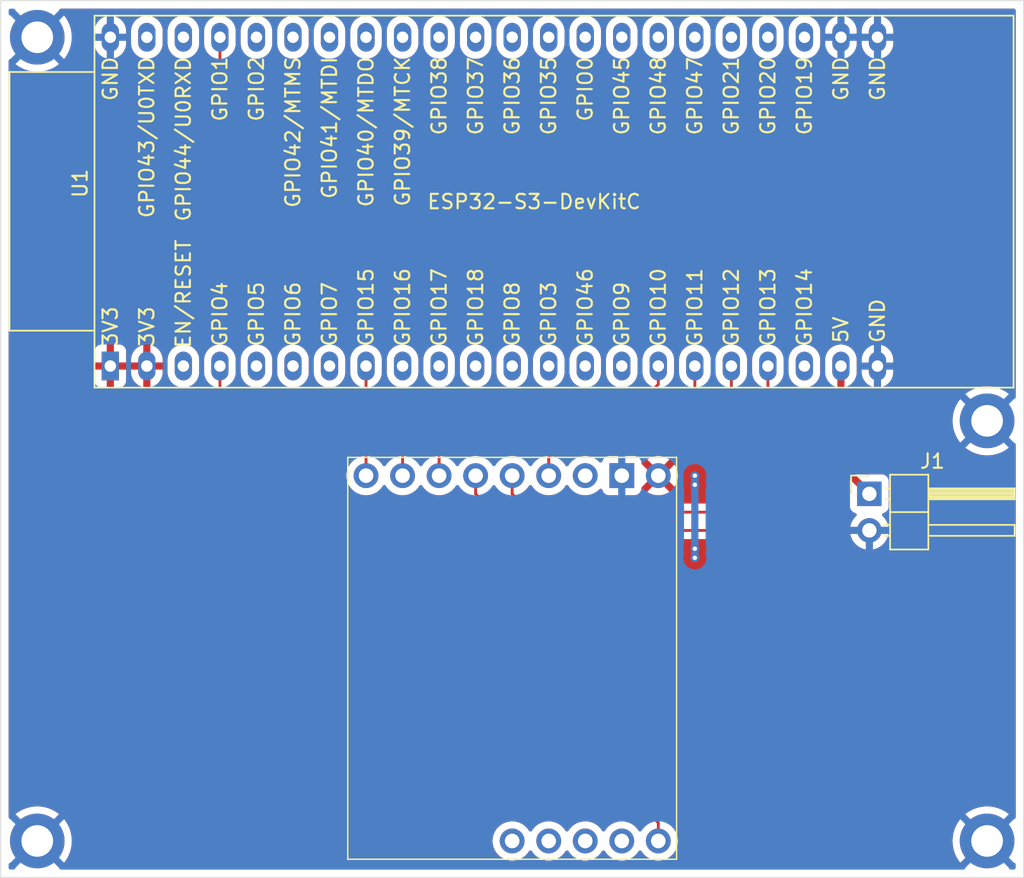
<source format=kicad_pcb>
(kicad_pcb (version 20240108) (generator "pcbnew") (generator_version "8.0")
  (layers (0 "F.Cu" signal) (31 "B.Cu" signal) (34 "B.Paste" user) (35 "F.Paste" user) (36 "B.SilkS" user "B.Silkscreen") (37 "F.SilkS" user "F.Silkscreen") (38 "B.Mask" user) (39 "F.Mask" user) (44 "Edge.Cuts" user))
  (net 0 "")
  (net 1 "+3.3V")
  (net 2 "GND")
  (net 19 "+5V")
  (net 39 "Net-(RFM95W1-MISO)")
  (net 40 "Net-(RFM95W1-G0)")
  (net 41 "Net-(RFM95W1-MOSI)")
  (net 42 "Net-(RFM95W1-SCK)")
  (net 43 "Net-(RFM95W1-CS)")
  (net 44 "/RST")
  (net 45 "/G1")
  (footprint "PCM_Espressif:ESP32-S3-DevKitC" (layer "F.Cu") (at 121.92 81.28 90)
    (property "Reference" "U1" (at 12.7 -2.1 90) (layer "F.SilkS"))
    (property "Value" "ESP32-S3-DevKitC" (at 11.42632 29.46128 0) (layer "F.SilkS"))
    (fp_line (start 20.44332 -7.01312) (end 20.44332 -1.12032) (stroke (width 0.12)) (layer "F.SilkS"))
    (fp_line (start 2.46012 -7.01312) (end 20.44332 -7.01312) (stroke (width 0.12)) (layer "F.SilkS"))
    (fp_line (start 2.46012 -1.12032) (end 2.46012 -7.01312) (stroke (width 0.12)) (layer "F.SilkS"))
    (fp_line (start 24.36 -1.1) (end -1.499999 -1.1) (stroke (width 0.12)) (layer "F.SilkS"))
    (fp_line (start -1.499999 -1.1) (end -1.5 62.79728) (stroke (width 0.12)) (layer "F.SilkS"))
    (fp_line (start 24.359999 62.79728) (end 24.36 -1.1) (stroke (width 0.12)) (layer "F.SilkS"))
    (fp_line (start -1.5 62.79728) (end 24.359999 62.79728) (stroke (width 0.12)) (layer "F.SilkS"))
    (fp_text user "GPIO9" (at 1.27 35.56 90) (layer "F.SilkS") (effects (justify left)))
    (fp_text user "GPIO16" (at 1.27 20.32 90) (layer "F.SilkS") (effects (justify left)))
    (fp_text user "GPIO15" (at 1.27 17.78 90) (layer "F.SilkS") (effects (justify left)))
    (fp_text user "GPIO48" (at 21.59 38.1 90) (layer "F.SilkS") (effects (justify right)))
    (fp_text user "GPIO43/U0TXD" (at 21.59 2.54 90) (layer "F.SilkS") (effects (justify right)))
    (fp_text user "EN/RESET" (at 8.88632 5.07728 90) (layer "F.SilkS") (effects (justify right)))
    (fp_text user "GPIO7" (at 1.27 15.24 90) (layer "F.SilkS") (effects (justify left)))
    (fp_text user "GPIO19" (at 21.59 48.26 90) (layer "F.SilkS") (effects (justify right)))
    (fp_text user "GND" (at 1.52032 53.33728 90) (layer "F.SilkS") (effects (justify left)))
    (fp_text user "3V3" (at 1.27 2.54 90) (layer "F.SilkS") (effects (justify left)))
    (fp_text user "GPIO39/MTCK" (at 21.59 20.32 90) (layer "F.SilkS") (effects (justify right)))
    (fp_text user "GPIO6" (at 1.27 12.7 90) (layer "F.SilkS") (effects (justify left)))
    (fp_text user "GPIO5" (at 1.27 10.16 90) (layer "F.SilkS") (effects (justify left)))
    (fp_text user "GND" (at 21.59 53.34 90) (layer "F.SilkS") (effects (justify right)))
    (fp_text user "GPIO4" (at 1.27 7.62 90) (layer "F.SilkS") (effects (justify left)))
    (fp_text user "GPIO2" (at 21.59 10.16 90) (layer "F.SilkS") (effects (justify right)))
    (fp_text user "GPIO42/MTMS" (at 21.59 12.7 90) (layer "F.SilkS") (effects (justify right)))
    (fp_text user "GPIO17" (at 1.27 22.86 90) (layer "F.SilkS") (effects (justify left)))
    (fp_text user "GPIO3" (at 1.27 30.48 90) (layer "F.SilkS") (effects (justify left)))
    (fp_text user "GND" (at 21.59 0 90) (layer "F.SilkS") (effects (justify right)))
    (fp_text user "GND" (at 21.59 50.8 90) (layer "F.SilkS") (effects (justify right)))
    (fp_text user "GPIO8" (at 1.27 27.94 90) (layer "F.SilkS") (effects (justify left)))
    (fp_text user "GPIO18" (at 1.27 25.4 90) (layer "F.SilkS") (effects (justify left)))
    (fp_text user "GPIO45" (at 21.59 35.56 90) (layer "F.SilkS") (effects (justify right)))
    (fp_text user "GPIO12" (at 1.27 43.18 90) (layer "F.SilkS") (effects (justify left)))
    (fp_text user "GPIO10" (at 1.27 38.1 90) (layer "F.SilkS") (effects (justify left)))
    (fp_text user "GPIO38" (at 21.59 22.86 90) (layer "F.SilkS") (effects (justify right)))
    (fp_text user "GPIO20" (at 21.59 45.72 90) (layer "F.SilkS") (effects (justify right)))
    (fp_text user "GPIO0" (at 21.59 33.02 90) (layer "F.SilkS") (effects (justify right)))
    (fp_text user "GPIO11" (at 1.27 40.64 90) (layer "F.SilkS") (effects (justify left)))
    (fp_text user "GPIO21" (at 21.59 43.18 90) (layer "F.SilkS") (effects (justify right)))
    (fp_text user "GPIO47" (at 21.59 40.64 90) (layer "F.SilkS") (effects (justify right)))
    (fp_text user "GPIO40/MTDO" (at 21.59 17.78 90) (layer "F.SilkS") (effects (justify right)))
    (fp_text user "GPIO14" (at 1.27 48.26 90) (layer "F.SilkS") (effects (justify left)))
    (fp_text user "GPIO13" (at 1.27 45.72 90) (layer "F.SilkS") (effects (justify left)))
    (fp_text user "GPIO1" (at 21.59 7.62 90) (layer "F.SilkS") (effects (justify right)))
    (fp_text user "GPIO46" (at 1.27 33.02 90) (layer "F.SilkS") (effects (justify left)))
    (fp_text user "GPIO41/MTDI" (at 21.59 15.24 90) (layer "F.SilkS") (effects (justify right)))
    (fp_text user "GPIO44/U0RXD" (at 21.59 5.08 90) (layer "F.SilkS") (effects (justify right)))
    (fp_text user "3V3" (at 1.27 0 90) (layer "F.SilkS") (effects (justify left)))
    (fp_text user "GPIO35" (at 21.59 30.48 90) (layer "F.SilkS") (effects (justify right)))
    (fp_text user "GPIO37" (at 21.59 25.4 90) (layer "F.SilkS") (effects (justify right)))
    (fp_text user "5V" (at 1.52032 50.79728 90) (layer "F.SilkS") (effects (justify left)))
    (fp_text user "GPIO36" (at 21.59 27.94 90) (layer "F.SilkS") (effects (justify right)))
    (pad "1" thru_hole rect (at 0 0) (size 1.2 2) (drill 0.8) (layers "*.Cu" "*.Mask") (net 1 "+3.3V"))
    (pad "2" thru_hole oval (at 0 2.54) (size 1.2 2) (drill 0.8) (layers "*.Cu" "*.Mask") (net 1 "+3.3V"))
    (pad "3" thru_hole oval (at 0 5.08) (size 1.2 2) (drill 0.8) (layers "*.Cu" "*.Mask"))
    (pad "4" thru_hole oval (at 0 7.62) (size 1.2 2) (drill 0.8) (layers "*.Cu" "*.Mask") (net 45 "/G1"))
    (pad "5" thru_hole oval (at 0 10.16) (size 1.2 2) (drill 0.8) (layers "*.Cu" "*.Mask"))
    (pad "6" thru_hole oval (at 0 12.7) (size 1.2 2) (drill 0.8) (layers "*.Cu" "*.Mask"))
    (pad "7" thru_hole oval (at 0 15.24) (size 1.2 2) (drill 0.8) (layers "*.Cu" "*.Mask"))
    (pad "8" thru_hole oval (at 0 17.78) (size 1.2 2) (drill 0.8) (layers "*.Cu" "*.Mask") (net 44 "/RST"))
    (pad "9" thru_hole oval (at 0 20.32) (size 1.2 2) (drill 0.8) (layers "*.Cu" "*.Mask"))
    (pad "10" thru_hole oval (at 0 22.86) (size 1.2 2) (drill 0.8) (layers "*.Cu" "*.Mask"))
    (pad "11" thru_hole oval (at 0 25.4) (size 1.2 2) (drill 0.8) (layers "*.Cu" "*.Mask"))
    (pad "12" thru_hole oval (at 0 27.94) (size 1.2 2) (drill 0.8) (layers "*.Cu" "*.Mask"))
    (pad "13" thru_hole oval (at 0 30.48) (size 1.2 2) (drill 0.8) (layers "*.Cu" "*.Mask"))
    (pad "14" thru_hole oval (at 0 33.02) (size 1.2 2) (drill 0.8) (layers "*.Cu" "*.Mask"))
    (pad "15" thru_hole oval (at 0 35.56) (size 1.2 2) (drill 0.8) (layers "*.Cu" "*.Mask"))
    (pad "16" thru_hole oval (at 0 38.1) (size 1.2 2) (drill 0.8) (layers "*.Cu" "*.Mask") (net 43 "Net-(RFM95W1-CS)"))
    (pad "17" thru_hole oval (at 0 40.64) (size 1.2 2) (drill 0.8) (layers "*.Cu" "*.Mask") (net 41 "Net-(RFM95W1-MOSI)"))
    (pad "18" thru_hole oval (at 0 43.18) (size 1.2 2) (drill 0.8) (layers "*.Cu" "*.Mask") (net 42 "Net-(RFM95W1-SCK)"))
    (pad "19" thru_hole oval (at 0 45.72) (size 1.2 2) (drill 0.8) (layers "*.Cu" "*.Mask") (net 39 "Net-(RFM95W1-MISO)"))
    (pad "20" thru_hole oval (at -0.00368 48.25728) (size 1.2 2) (drill 0.8) (layers "*.Cu" "*.Mask"))
    (pad "21" thru_hole oval (at -0.00368 50.79728) (size 1.2 2) (drill 0.8) (layers "*.Cu" "*.Mask") (net 19 "+5V"))
    (pad "22" thru_hole oval (at -0.00368 53.33728) (size 1.2 2) (drill 0.8) (layers "*.Cu" "*.Mask") (net 2 "GND"))
    (pad "23" thru_hole oval (at 22.86 53.34) (size 1.2 2) (drill 0.8) (layers "*.Cu" "*.Mask") (net 2 "GND"))
    (pad "24" thru_hole oval (at 22.86 50.8) (size 1.2 2) (drill 0.8) (layers "*.Cu" "*.Mask") (net 2 "GND"))
    (pad "25" thru_hole oval (at 22.86 48.26) (size 1.2 2) (drill 0.8) (layers "*.Cu" "*.Mask"))
    (pad "26" thru_hole oval (at 22.86 45.72) (size 1.2 2) (drill 0.8) (layers "*.Cu" "*.Mask"))
    (pad "27" thru_hole oval (at 22.86 43.18) (size 1.2 2) (drill 0.8) (layers "*.Cu" "*.Mask"))
    (pad "28" thru_hole oval (at 22.86 40.64) (size 1.2 2) (drill 0.8) (layers "*.Cu" "*.Mask"))
    (pad "29" thru_hole oval (at 22.86 38.1) (size 1.2 2) (drill 0.8) (layers "*.Cu" "*.Mask"))
    (pad "30" thru_hole oval (at 22.86 35.56) (size 1.2 2) (drill 0.8) (layers "*.Cu" "*.Mask"))
    (pad "31" thru_hole oval (at 22.86 33.02) (size 1.2 2) (drill 0.8) (layers "*.Cu" "*.Mask"))
    (pad "32" thru_hole oval (at 22.86 30.48) (size 1.2 2) (drill 0.8) (layers "*.Cu" "*.Mask"))
    (pad "33" thru_hole oval (at 22.86 27.94) (size 1.2 2) (drill 0.8) (layers "*.Cu" "*.Mask"))
    (pad "34" thru_hole oval (at 22.86 25.4) (size 1.2 2) (drill 0.8) (layers "*.Cu" "*.Mask"))
    (pad "35" thru_hole oval (at 22.86 22.86) (size 1.2 2) (drill 0.8) (layers "*.Cu" "*.Mask"))
    (pad "36" thru_hole oval (at 22.86 20.32) (size 1.2 2) (drill 0.8) (layers "*.Cu" "*.Mask"))
    (pad "37" thru_hole oval (at 22.86 17.78) (size 1.2 2) (drill 0.8) (layers "*.Cu" "*.Mask"))
    (pad "38" thru_hole oval (at 22.86 15.24) (size 1.2 2) (drill 0.8) (layers "*.Cu" "*.Mask"))
    (pad "39" thru_hole oval (at 22.86 12.7) (size 1.2 2) (drill 0.8) (layers "*.Cu" "*.Mask"))
    (pad "40" thru_hole oval (at 22.86 10.16) (size 1.2 2) (drill 0.8) (layers "*.Cu" "*.Mask"))
    (pad "41" thru_hole oval (at 22.86 7.62) (size 1.2 2) (drill 0.8) (layers "*.Cu" "*.Mask") (net 40 "Net-(RFM95W1-G0)"))
    (pad "42" thru_hole oval (at 22.86 5.08) (size 1.2 2) (drill 0.8) (layers "*.Cu" "*.Mask"))
    (pad "43" thru_hole oval (at 22.86 2.54) (size 1.2 2) (drill 0.8) (layers "*.Cu" "*.Mask"))
    (pad "44" thru_hole oval (at 22.86 0) (size 1.2 2) (drill 0.8) (layers "*.Cu" "*.Mask") (net 2 "GND"))
  )
  (footprint "MountingHole:MountingHole_2.2mm_M2_DIN965_Pad" (layer "F.Cu") (at 182.88 114.3)
    (property "Reference" "REF**" (hide yes))
    (property "Value" "MountingHole_2.2mm_M2_DIN965_Pad" (hide yes))
    (pad "1" thru_hole circle (at 0 0) (size 3.8 3.8) (drill 2.2) (layers "*.Cu" "*.Mask") (net 2 "GND"))
  )
  (footprint "MountingHole:MountingHole_2.2mm_M2_DIN965_Pad" (layer "F.Cu") (at 182.88 85.09)
    (property "Reference" "REF**" (hide yes))
    (property "Value" "MountingHole_2.2mm_M2_DIN965_Pad" (hide yes))
    (pad "1" thru_hole circle (at 0 0) (size 3.8 3.8) (drill 2.2) (layers "*.Cu" "*.Mask") (net 2 "GND"))
  )
  (footprint "maciek-lib:lora-adafruit" (layer "F.Cu") (at 149.86 101.6 -90)
    (property "Reference" "RFM95W1" (hide yes))
    (property "Value" "~")
    (fp_line (start -13.97 11.43) (end -13.97 -11.43) (stroke (width 0.1)) (layer "F.SilkS"))
    (fp_line (start 13.97 11.43) (end -13.97 11.43) (stroke (width 0.1)) (layer "F.SilkS"))
    (fp_line (start -13.97 -11.43) (end 13.97 -11.43) (stroke (width 0.1)) (layer "F.SilkS"))
    (fp_line (start 13.97 -11.43) (end 13.97 11.43) (stroke (width 0.1)) (layer "F.SilkS"))
    (pad "1" thru_hole circle (at -12.7 10.16) (size 1.7272 1.7272) (drill 1.016) (layers "*.Cu" "*.Mask") (net 44 "/RST"))
    (pad "2" thru_hole circle (at -12.7 7.62) (size 1.7272 1.7272) (drill 1.016) (layers "*.Cu" "*.Mask") (net 43 "Net-(RFM95W1-CS)"))
    (pad "3" thru_hole circle (at -12.7 5.08) (size 1.7272 1.7272) (drill 1.016) (layers "*.Cu" "*.Mask") (net 41 "Net-(RFM95W1-MOSI)"))
    (pad "4" thru_hole circle (at -12.7 2.54) (size 1.7272 1.7272) (drill 1.016) (layers "*.Cu" "*.Mask") (net 39 "Net-(RFM95W1-MISO)"))
    (pad "5" thru_hole circle (at -12.7 0) (size 1.7272 1.7272) (drill 1.016) (layers "*.Cu" "*.Mask") (net 42 "Net-(RFM95W1-SCK)"))
    (pad "6" thru_hole circle (at -12.7 -2.54) (size 1.7272 1.7272) (drill 1.016) (layers "*.Cu" "*.Mask") (net 40 "Net-(RFM95W1-G0)"))
    (pad "7" thru_hole circle (at -12.7 -5.08) (size 1.7272 1.7272) (drill 1.016) (layers "*.Cu" "*.Mask"))
    (pad "8" thru_hole rect (at -12.7 -7.62) (size 1.7272 1.7272) (drill 1.016) (layers "*.Cu" "*.Mask") (net 2 "GND"))
    (pad "9" thru_hole circle (at -12.7 -10.16) (size 1.7272 1.7272) (drill 1.016) (layers "*.Cu" "*.Mask") (net 1 "+3.3V"))
    (pad "10" thru_hole circle (at 12.7 0) (size 1.7272 1.7272) (drill 1.016) (layers "*.Cu" "*.Mask"))
    (pad "11" thru_hole circle (at 12.7 -2.54) (size 1.7272 1.7272) (drill 1.016) (layers "*.Cu" "*.Mask"))
    (pad "12" thru_hole circle (at 12.7 -5.08) (size 1.7272 1.7272) (drill 1.016) (layers "*.Cu" "*.Mask"))
    (pad "13" thru_hole circle (at 12.7 -7.62) (size 1.7272 1.7272) (drill 1.016) (layers "*.Cu" "*.Mask"))
    (pad "14" thru_hole circle (at 12.7 -10.16) (size 1.7272 1.7272) (drill 1.016) (layers "*.Cu" "*.Mask") (net 45 "/G1"))
  )
  (footprint "MountingHole:MountingHole_2.2mm_M2_DIN965_Pad" (layer "F.Cu") (at 116.84 58.42)
    (property "Reference" "REF**" (hide yes))
    (property "Value" "MountingHole_2.2mm_M2_DIN965_Pad" (hide yes))
    (pad "1" thru_hole circle (at 0 0) (size 3.8 3.8) (drill 2.2) (layers "*.Cu" "*.Mask") (net 2 "GND"))
  )
  (footprint "Connector_PinHeader_2.54mm:PinHeader_1x02_P2.54mm_Horizontal" (layer "F.Cu") (at 174.695 90.165)
    (property "Reference" "J1" (at 4.385 -2.27 0) (layer "F.SilkS"))
    (property "Value" "Conn_01x02_Pin")
    (fp_line (start -1.27 -1.27) (end 0 -1.27) (stroke (width 0.12)) (layer "F.SilkS"))
    (fp_line (start -1.27 0) (end -1.27 -1.27) (stroke (width 0.12)) (layer "F.SilkS"))
    (fp_line (start 1.042929 2.16) (end 1.44 2.16) (stroke (width 0.12)) (layer "F.SilkS"))
    (fp_line (start 1.042929 2.92) (end 1.44 2.92) (stroke (width 0.12)) (layer "F.SilkS"))
    (fp_line (start 1.11 -0.38) (end 1.44 -0.38) (stroke (width 0.12)) (layer "F.SilkS"))
    (fp_line (start 1.11 0.38) (end 1.44 0.38) (stroke (width 0.12)) (layer "F.SilkS"))
    (fp_line (start 1.44 -1.33) (end 1.44 3.87) (stroke (width 0.12)) (layer "F.SilkS"))
    (fp_line (start 1.44 1.27) (end 4.1 1.27) (stroke (width 0.12)) (layer "F.SilkS"))
    (fp_line (start 1.44 3.87) (end 4.1 3.87) (stroke (width 0.12)) (layer "F.SilkS"))
    (fp_line (start 4.1 -1.33) (end 1.44 -1.33) (stroke (width 0.12)) (layer "F.SilkS"))
    (fp_line (start 4.1 -0.38) (end 10.1 -0.38) (stroke (width 0.12)) (layer "F.SilkS"))
    (fp_line (start 4.1 -0.32) (end 10.1 -0.32) (stroke (width 0.12)) (layer "F.SilkS"))
    (fp_line (start 4.1 -0.2) (end 10.1 -0.2) (stroke (width 0.12)) (layer "F.SilkS"))
    (fp_line (start 4.1 -0.08) (end 10.1 -0.08) (stroke (width 0.12)) (layer "F.SilkS"))
    (fp_line (start 4.1 0.04) (end 10.1 0.04) (stroke (width 0.12)) (layer "F.SilkS"))
    (fp_line (start 4.1 0.16) (end 10.1 0.16) (stroke (width 0.12)) (layer "F.SilkS"))
    (fp_line (start 4.1 0.28) (end 10.1 0.28) (stroke (width 0.12)) (layer "F.SilkS"))
    (fp_line (start 4.1 2.16) (end 10.1 2.16) (stroke (width 0.12)) (layer "F.SilkS"))
    (fp_line (start 4.1 3.87) (end 4.1 -1.33) (stroke (width 0.12)) (layer "F.SilkS"))
    (fp_line (start 10.1 -0.38) (end 10.1 0.38) (stroke (width 0.12)) (layer "F.SilkS"))
    (fp_line (start 10.1 0.38) (end 4.1 0.38) (stroke (width 0.12)) (layer "F.SilkS"))
    (fp_line (start 10.1 2.16) (end 10.1 2.92) (stroke (width 0.12)) (layer "F.SilkS"))
    (fp_line (start 10.1 2.92) (end 4.1 2.92) (stroke (width 0.12)) (layer "F.SilkS"))
    (pad "1" thru_hole rect (at 0 0) (size 1.7 1.7) (drill 1) (layers "*.Cu" "*.Mask") (net 19 "+5V"))
    (pad "2" thru_hole oval (at 0 2.54) (size 1.7 1.7) (drill 1) (layers "*.Cu" "*.Mask") (net 2 "GND"))
  )
  (footprint "MountingHole:MountingHole_2.2mm_M2_DIN965_Pad" (layer "F.Cu") (at 116.84 114.3)
    (property "Reference" "REF**" (hide yes))
    (property "Value" "MountingHole_2.2mm_M2_DIN965_Pad" (hide yes))
    (pad "1" thru_hole circle (at 0 0) (size 3.8 3.8) (drill 2.2) (layers "*.Cu" "*.Mask") (net 2 "GND"))
  )
  (gr_line (start 114.3 116.84) (end 185.42 116.84) (stroke (width 0.05)) (layer "Edge.Cuts"))
  (gr_line (start 185.42 55.88) (end 114.3 55.88) (stroke (width 0.05)) (layer "Edge.Cuts"))
  (gr_line (start 114.3 55.88) (end 114.3 116.84) (stroke (width 0.05)) (layer "Edge.Cuts"))
  (gr_line (start 185.42 116.84) (end 185.42 55.88) (stroke (width 0.05)) (layer "Edge.Cuts"))
  (via (at 162.56 89.535) (size 0.6) (drill 0.3) (layers "F.Cu" "B.Cu") (net 1))
  (via (at 162.56 94.615) (size 0.6) (drill 0.3) (layers "F.Cu" "B.Cu") (net 1))
  (via (at 162.56 93.98) (size 0.6) (drill 0.3) (layers "F.Cu" "B.Cu") (net 1))
  (via (at 162.56 88.9) (size 0.6) (drill 0.3) (layers "F.Cu" "B.Cu") (net 1))
  (segment (start 162.56 90.17) (end 162.56 93.98) (width 0.5) (layer "B.Cu") (net 1))
  (segment (start 162.56 93.98) (end 162.56 94.615) (width 0.5) (layer "B.Cu") (net 1))
  (segment (start 162.56 88.9) (end 162.56 90.17) (width 0.5) (layer "B.Cu") (net 1))
  (segment (start 172.71728 81.28368) (end 172.71728 88.18728) (width 0.5) (layer "F.Cu") (net 19))
  (segment (start 172.71728 88.18728) (end 174.695 90.165) (width 0.5) (layer "F.Cu") (net 19))
  (segment (start 149.86 92.71) (end 147.32 90.17) (width 0.2) (layer "F.Cu") (net 39))
  (segment (start 167.64 81.28) (end 167.64 90.17) (width 0.2) (layer "F.Cu") (net 39))
  (segment (start 167.64 90.17) (end 165.1 92.71) (width 0.2) (layer "F.Cu") (net 39))
  (segment (start 147.32 90.17) (end 147.32 88.9) (width 0.2) (layer "F.Cu") (net 39))
  (segment (start 165.1 92.71) (end 149.86 92.71) (width 0.2) (layer "F.Cu") (net 39))
  (segment (start 129.54 58.42) (end 129.54 72.39) (width 0.2) (layer "F.Cu") (net 40))
  (segment (start 162.56 86.36) (end 163.83 85.09) (width 0.2) (layer "F.Cu") (net 40))
  (segment (start 163.83 85.09) (end 163.83 78.74) (width 0.2) (layer "F.Cu") (net 40))
  (segment (start 162.56 77.47) (end 134.62 77.47) (width 0.2) (layer "F.Cu") (net 40))
  (segment (start 153.67 86.36) (end 162.56 86.36) (width 0.2) (layer "F.Cu") (net 40))
  (segment (start 152.4 88.9) (end 152.4 87.63) (width 0.2) (layer "F.Cu") (net 40))
  (segment (start 152.4 87.63) (end 153.67 86.36) (width 0.2) (layer "F.Cu") (net 40))
  (segment (start 134.62 77.47) (end 129.54 72.39) (width 0.2) (layer "F.Cu") (net 40))
  (segment (start 163.83 78.74) (end 162.56 77.47) (width 0.2) (layer "F.Cu") (net 40))
  (segment (start 162.56 81.28) (end 162.56 83.82) (width 0.2) (layer "F.Cu") (net 41))
  (segment (start 146.05 85.09) (end 144.78 86.36) (width 0.2) (layer "F.Cu") (net 41))
  (segment (start 144.78 86.36) (end 144.78 88.9) (width 0.2) (layer "F.Cu") (net 41))
  (segment (start 161.29 85.09) (end 146.05 85.09) (width 0.2) (layer "F.Cu") (net 41))
  (segment (start 162.56 83.82) (end 161.29 85.09) (width 0.2) (layer "F.Cu") (net 41))
  (segment (start 165.1 81.28) (end 165.1 90.17) (width 0.2) (layer "F.Cu") (net 42))
  (segment (start 163.83 91.44) (end 151.13 91.44) (width 0.2) (layer "F.Cu") (net 42))
  (segment (start 151.13 91.44) (end 149.86 90.17) (width 0.2) (layer "F.Cu") (net 42))
  (segment (start 149.86 90.17) (end 149.86 88.9) (width 0.2) (layer "F.Cu") (net 42))
  (segment (start 165.1 90.17) (end 163.83 91.44) (width 0.2) (layer "F.Cu") (net 42))
  (segment (start 160.02 81.28) (end 160.02 82.55) (width 0.2) (layer "F.Cu") (net 43))
  (segment (start 160.02 82.55) (end 158.75 83.82) (width 0.2) (layer "F.Cu") (net 43))
  (segment (start 143.51 83.82) (end 142.24 85.09) (width 0.2) (layer "F.Cu") (net 43))
  (segment (start 142.24 85.09) (end 142.24 88.9) (width 0.2) (layer "F.Cu") (net 43))
  (segment (start 158.75 83.82) (end 143.51 83.82) (width 0.2) (layer "F.Cu") (net 43))
  (segment (start 139.7 81.28) (end 139.7 88.9) (width 0.2) (layer "F.Cu") (net 44))
  (segment (start 130.81 111.76) (end 158.75 111.76) (width 0.2) (layer "F.Cu") (net 45))
  (segment (start 129.54 81.28) (end 129.54 110.49) (width 0.2) (layer "F.Cu") (net 45))
  (segment (start 160.02 113.03) (end 160.02 114.3) (width 0.2) (layer "F.Cu") (net 45))
  (segment (start 158.75 111.76) (end 160.02 113.03) (width 0.2) (layer "F.Cu") (net 45))
  (segment (start 129.54 110.49) (end 130.81 111.76) (width 0.2) (layer "F.Cu") (net 45))
  (zone (net 1) (net_name "+3.3V") (layer "F.Cu") (priority 1) (connect_pads (clearance 0.5)) (min_thickness 0.25) (fill yes (thermal_gap 0.5) (thermal_bridge_width 0.5))
    (polygon (pts (xy 185.42 55.88) (xy 185.42 116.84) (xy 114.3 116.84) (xy 114.3 55.88)))
  )
  (zone (net 2) (net_name "GND") (layer "B.Cu") (connect_pads (clearance 0.5)) (min_thickness 0.25) (fill yes (thermal_gap 0.5) (thermal_bridge_width 0.5))
    (polygon (pts (xy 114.3 55.88) (xy 185.42 55.88) (xy 185.42 116.84) (xy 114.3 116.84)))
  )
)
</source>
